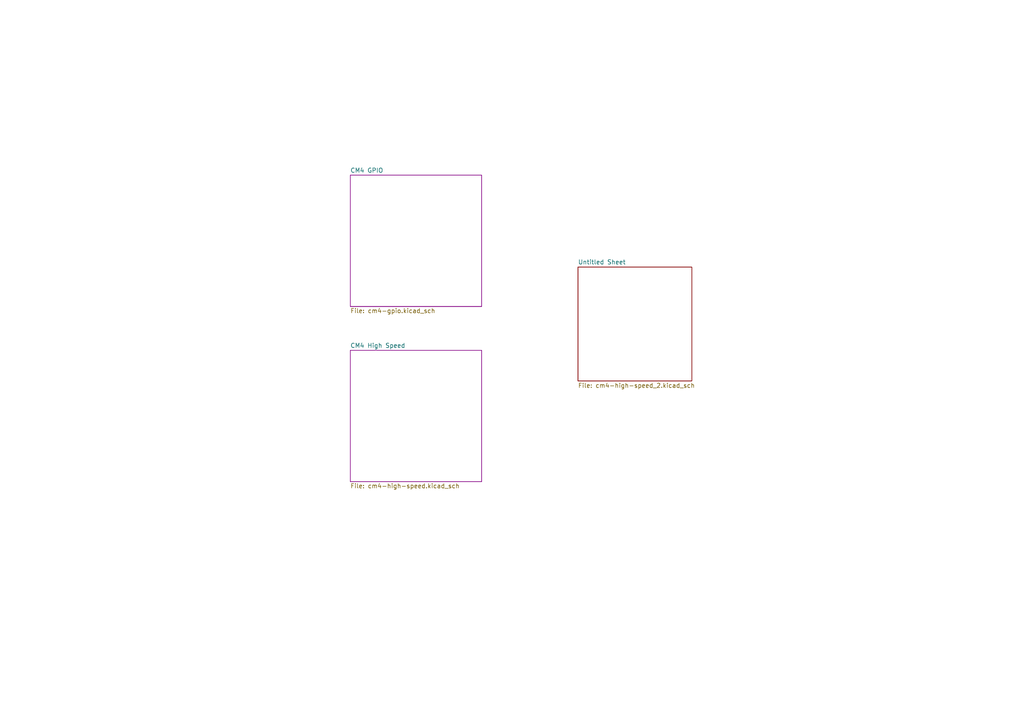
<source format=kicad_sch>
(kicad_sch
	(version 20231120)
	(generator "eeschema")
	(generator_version "8.0")
	(uuid "7b5e7036-6e2f-4568-92b6-53659bbd8b64")
	(paper "A4")
	(title_block
		(title "Raspberry Pi Compute Module 4 Phone")
		(date "2020-10-31")
		(rev "v01")
		(comment 2 "creativecommons.org/licenses/by-sa/4.0/")
		(comment 3 "License: CC BY 4.0")
		(comment 4 "Author: Shawn Hymel")
	)
	(lib_symbols)
	(sheet
		(at 167.64 77.47)
		(size 33.02 33.02)
		(fields_autoplaced yes)
		(stroke
			(width 0.1524)
			(type solid)
		)
		(fill
			(color 0 0 0 0.0000)
		)
		(uuid "b5a985dd-4880-4588-9e43-89e33f5ce8d0")
		(property "Sheetname" "Untitled Sheet"
			(at 167.64 76.7584 0)
			(effects
				(font
					(size 1.27 1.27)
				)
				(justify left bottom)
			)
		)
		(property "Sheetfile" "cm4-high-speed_2.kicad_sch"
			(at 167.64 111.0746 0)
			(effects
				(font
					(size 1.27 1.27)
				)
				(justify left top)
			)
		)
		(instances
			(project "rpi-cm4-phone"
				(path "/7b5e7036-6e2f-4568-92b6-53659bbd8b64"
					(page "3")
				)
			)
		)
	)
	(sheet
		(at 101.6 101.6)
		(size 38.1 38.1)
		(stroke
			(width 0)
			(type solid)
			(color 132 0 132 1)
		)
		(fill
			(color 255 255 255 0.0000)
		)
		(uuid "caa71f4c-454d-4ac9-b287-456eafb34991")
		(property "Sheetname" "CM4 High Speed"
			(at 101.6 100.9645 0)
			(effects
				(font
					(size 1.27 1.27)
				)
				(justify left bottom)
			)
		)
		(property "Sheetfile" "cm4-high-speed.kicad_sch"
			(at 101.6 140.2085 0)
			(effects
				(font
					(size 1.27 1.27)
				)
				(justify left top)
			)
		)
		(instances
			(project "rpi-cm4-phone"
				(path "/7b5e7036-6e2f-4568-92b6-53659bbd8b64"
					(page "3")
				)
			)
		)
	)
	(sheet
		(at 101.6 50.8)
		(size 38.1 38.1)
		(stroke
			(width 0)
			(type solid)
			(color 132 0 132 1)
		)
		(fill
			(color 255 255 255 0.0000)
		)
		(uuid "fc4c71a5-1008-4ac4-98db-57c838c57d91")
		(property "Sheetname" "CM4 GPIO"
			(at 101.6 50.1645 0)
			(effects
				(font
					(size 1.27 1.27)
				)
				(justify left bottom)
			)
		)
		(property "Sheetfile" "cm4-gpio.kicad_sch"
			(at 101.6 89.4085 0)
			(effects
				(font
					(size 1.27 1.27)
				)
				(justify left top)
			)
		)
		(instances
			(project "rpi-cm4-phone"
				(path "/7b5e7036-6e2f-4568-92b6-53659bbd8b64"
					(page "3")
				)
			)
		)
	)
	(sheet_instances
		(path "/"
			(page "1")
		)
	)
)

</source>
